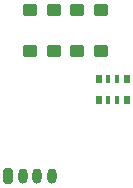
<source format=gbr>
%TF.GenerationSoftware,KiCad,Pcbnew,(6.0.4)*%
%TF.CreationDate,2022-07-21T21:10:16-04:00*%
%TF.ProjectId,XpandShieldMK3_2,5870616e-6453-4686-9965-6c644d4b335f,rev?*%
%TF.SameCoordinates,Original*%
%TF.FileFunction,Soldermask,Top*%
%TF.FilePolarity,Negative*%
%FSLAX46Y46*%
G04 Gerber Fmt 4.6, Leading zero omitted, Abs format (unit mm)*
G04 Created by KiCad (PCBNEW (6.0.4)) date 2022-07-21 21:10:16*
%MOMM*%
%LPD*%
G01*
G04 APERTURE LIST*
G04 Aperture macros list*
%AMRoundRect*
0 Rectangle with rounded corners*
0 $1 Rounding radius*
0 $2 $3 $4 $5 $6 $7 $8 $9 X,Y pos of 4 corners*
0 Add a 4 corners polygon primitive as box body*
4,1,4,$2,$3,$4,$5,$6,$7,$8,$9,$2,$3,0*
0 Add four circle primitives for the rounded corners*
1,1,$1+$1,$2,$3*
1,1,$1+$1,$4,$5*
1,1,$1+$1,$6,$7*
1,1,$1+$1,$8,$9*
0 Add four rect primitives between the rounded corners*
20,1,$1+$1,$2,$3,$4,$5,0*
20,1,$1+$1,$4,$5,$6,$7,0*
20,1,$1+$1,$6,$7,$8,$9,0*
20,1,$1+$1,$8,$9,$2,$3,0*%
G04 Aperture macros list end*
%ADD10R,0.500000X0.800000*%
%ADD11R,0.400000X0.800000*%
%ADD12RoundRect,0.200000X-0.200000X-0.450000X0.200000X-0.450000X0.200000X0.450000X-0.200000X0.450000X0*%
%ADD13O,0.800000X1.300000*%
%ADD14RoundRect,0.250000X-0.375000X-0.250000X0.375000X-0.250000X0.375000X0.250000X-0.375000X0.250000X0*%
G04 APERTURE END LIST*
D10*
%TO.C,REF\u002A\u002A*%
X33640000Y-21665000D03*
D11*
X32840000Y-21665000D03*
X32040000Y-21665000D03*
D10*
X31240000Y-21665000D03*
X31240000Y-23465000D03*
D11*
X32040000Y-23465000D03*
X32840000Y-23465000D03*
D10*
X33640000Y-23465000D03*
%TD*%
D12*
%TO.C,REF\u002A\u002A*%
X23565000Y-29865000D03*
D13*
X24815000Y-29865000D03*
X26065000Y-29865000D03*
X27315000Y-29865000D03*
%TD*%
D14*
%TO.C,OPT_INT*%
X29440000Y-15815000D03*
X31440000Y-15815000D03*
X29440000Y-19315000D03*
X31440000Y-19315000D03*
%TD*%
%TO.C,OPT_INT*%
X25440000Y-15815000D03*
X27440000Y-15815000D03*
X25440000Y-19315000D03*
X27440000Y-19315000D03*
%TD*%
M02*

</source>
